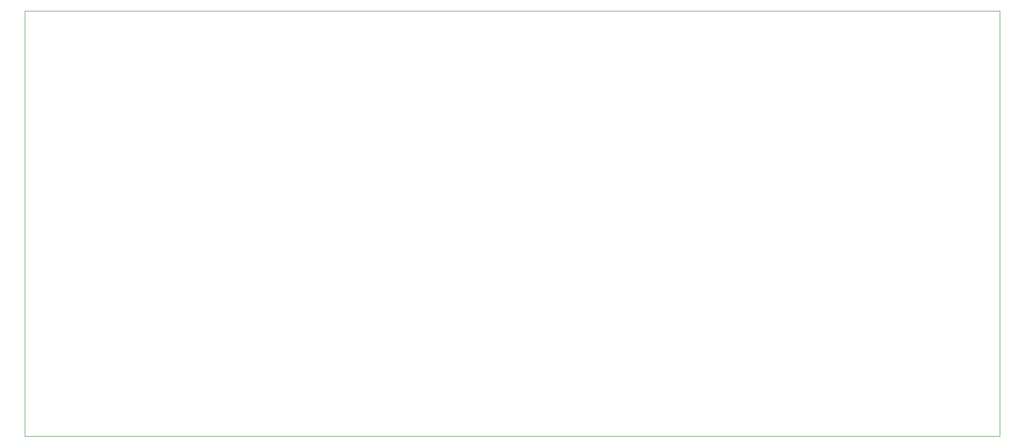
<source format=gbr>
%TF.GenerationSoftware,KiCad,Pcbnew,(6.0.6)*%
%TF.CreationDate,2022-07-24T16:53:50+02:00*%
%TF.ProjectId,emxr,656d7872-2e6b-4696-9361-645f70636258,rev?*%
%TF.SameCoordinates,Original*%
%TF.FileFunction,Profile,NP*%
%FSLAX46Y46*%
G04 Gerber Fmt 4.6, Leading zero omitted, Abs format (unit mm)*
G04 Created by KiCad (PCBNEW (6.0.6)) date 2022-07-24 16:53:50*
%MOMM*%
%LPD*%
G01*
G04 APERTURE LIST*
%TA.AperFunction,Profile*%
%ADD10C,0.100000*%
%TD*%
G04 APERTURE END LIST*
D10*
X66910000Y-61546000D02*
X233590000Y-61546000D01*
X233590000Y-61546000D02*
X233590000Y-134250000D01*
X233590000Y-134250000D02*
X66910000Y-134250000D01*
X66910000Y-134250000D02*
X66910000Y-61546000D01*
M02*

</source>
